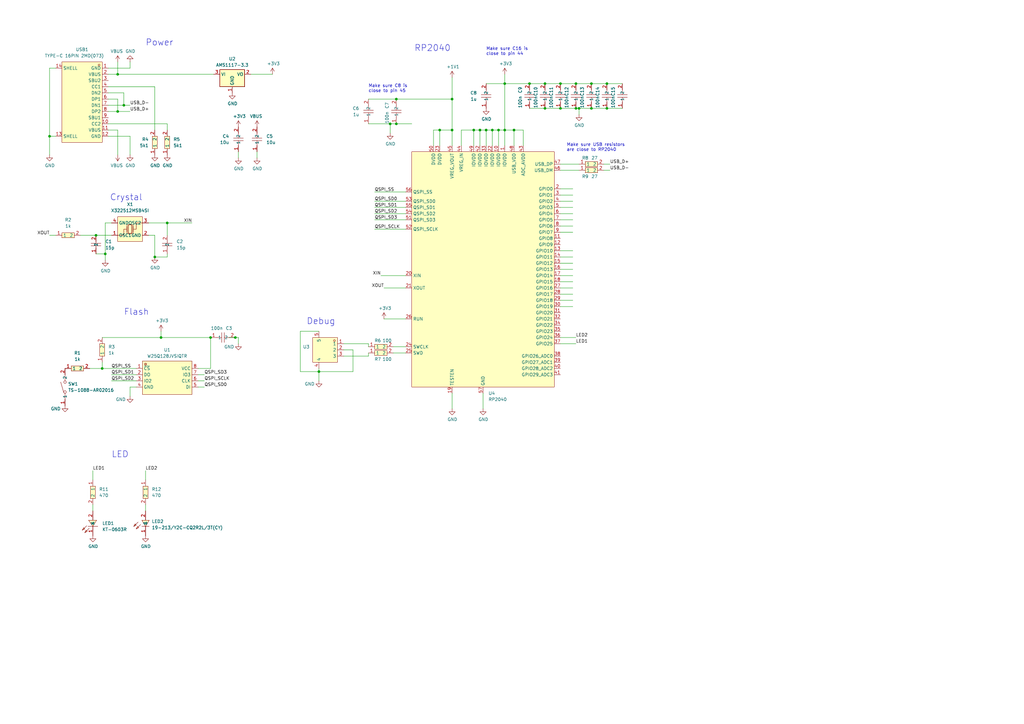
<source format=kicad_sch>
(kicad_sch (version 20231120) (generator "eeschema") (generator_version "8.0")
  (paper "A3")
  (lib_symbols
    (symbol "Regulator_Linear:AMS1117-3.3"
      (property "Reference" "U" (at -3.81 3.175 0))
      (property "Value" "AMS1117-3.3" (at 0 3.175 0))
      (symbol "AMS1117-3.3_0_1"
        (rectangle (start -5.08 -5.08) (end 5.08 1.905) (stroke (width 0.254)) (fill (type background)))
      )
      (symbol "AMS1117-3.3_1_1"
        (pin power_in line (at 0 -7.62 90) (length 2.54) (name "GND") (number "1"))
        (pin power_out line (at 7.62 0 180) (length 2.54) (name "VO") (number "2"))
        (pin power_in line (at -7.62 0 0) (length 2.54) (name "VI") (number "3"))
      )
    )
    (symbol "power:+1V1" (power) (pin_names (offset 0))
      (property "Value" "+1V1" (at 0 3.556 0))
      (symbol "+1V1_0_1"
        (polyline (pts (xy -0.762 1.27) (xy 0 2.54)))
        (polyline (pts (xy 0 0) (xy 0 2.54)))
        (polyline (pts (xy 0 2.54) (xy 0.762 1.27)))
      )
      (symbol "+1V1_1_1"
        (pin power_in line (at 0 0 90) (length 0) hide (name "+1V1") (number "1"))
      )
    )
    (symbol "power:+3V3" (power) (pin_names (offset 0))
      (property "Value" "+3V3" (at 0 3.556 0))
      (symbol "+3V3_0_1"
        (polyline (pts (xy -0.762 1.27) (xy 0 2.54)))
        (polyline (pts (xy 0 0) (xy 0 2.54)))
        (polyline (pts (xy 0 2.54) (xy 0.762 1.27)))
      )
      (symbol "+3V3_1_1"
        (pin power_in line (at 0 0 90) (length 0) hide (name "+3V3") (number "1"))
      )
    )
    (symbol "power:GND" (power) (pin_names (offset 0))
      (property "Value" "GND" (at 0 -3.81 0))
      (symbol "GND_0_1"
        (polyline (pts (xy 0 0) (xy 0 -1.27) (xy 1.27 -1.27) (xy 0 -2.54) (xy -1.27 -1.27) (xy 0 -1.27)))
      )
      (symbol "GND_1_1"
        (pin power_in line (at 0 0 270) (length 0) hide (name "GND") (number "1"))
      )
    )
    (symbol "power:VBUS" (power) (pin_names (offset 0))
      (property "Value" "VBUS" (at 0 3.81 0))
      (symbol "VBUS_0_1"
        (polyline (pts (xy -0.762 1.27) (xy 0 2.54)))
        (polyline (pts (xy 0 0) (xy 0 2.54)))
        (polyline (pts (xy 0 2.54) (xy 0.762 1.27)))
      )
      (symbol "VBUS_1_1"
        (pin power_in line (at 0 0 90) (length 0) hide (name "VBUS") (number "1"))
      )
    )
    (symbol "project_lib:0402WGF4700TCE"
      (property "Reference" "R" (at 0 5.08 0))
      (property "Value" "0402WGF4700TCE" (at 0 -5.08 0))
      (symbol "0402WGF4700TCE_0_1"
        (rectangle (start -2.54 1.02) (end 2.54 -1.02) (fill (type background)))
        (pin input line (at -5.08 0 0) (length 2.54) (name "1") (number "1"))
        (pin input line (at 5.08 0 180) (length 2.54) (name "2") (number "2"))
      )
    )
    (symbol "project_lib:0603WAF1000T5E"
      (property "Reference" "R" (at 0 5.08 0))
      (property "Value" "0603WAF1000T5E" (at 0 -5.08 0))
      (symbol "0603WAF1000T5E_0_1"
        (rectangle (start -2.54 1.02) (end 2.54 -1.02) (fill (type background)))
        (pin input line (at -5.08 0 0) (length 2.54) (name "1") (number "1"))
        (pin input line (at 5.08 0 180) (length 2.54) (name "2") (number "2"))
      )
    )
    (symbol "project_lib:0603WAF1001T5E"
      (property "Reference" "R" (at 0 5.08 0))
      (property "Value" "0603WAF1001T5E" (at 0 -5.08 0))
      (symbol "0603WAF1001T5E_0_1"
        (rectangle (start -2.54 1.02) (end 2.54 -1.02) (fill (type background)))
        (pin input line (at -5.08 0 0) (length 2.54) (name "1") (number "1"))
        (pin input line (at 5.08 0 180) (length 2.54) (name "2") (number "2"))
      )
    )
    (symbol "project_lib:0603WAF5101T5E"
      (property "Reference" "R" (at 0 5.08 0))
      (property "Value" "0603WAF5101T5E" (at 0 -5.08 0))
      (symbol "0603WAF5101T5E_0_1"
        (rectangle (start -2.54 1.02) (end 2.54 -1.02) (fill (type background)))
        (pin input line (at -5.08 0 0) (length 2.54) (name "1") (number "1"))
        (pin input line (at 5.08 0 180) (length 2.54) (name "2") (number "2"))
      )
    )
    (symbol "project_lib:0805W8F270JT5E"
      (property "Reference" "R" (at 0 5.08 0))
      (property "Value" "0805W8F270JT5E" (at 0 -5.08 0))
      (symbol "0805W8F270JT5E_0_1"
        (rectangle (start -2.54 1.02) (end 2.54 -1.02) (fill (type background)))
        (pin input line (at -5.08 0 0) (length 2.54) (name "1") (number "1"))
        (pin input line (at 5.08 0 180) (length 2.54) (name "2") (number "2"))
      )
    )
    (symbol "project_lib:19-213_Y2C-CQ2R2L_3T(CY)"
      (property "Reference" "LED" (at 0 5.08 0))
      (property "Value" "19-213/Y2C-CQ2R2L/3T(CY)" (at 0 -5.08 0))
      (symbol "19-213_Y2C-CQ2R2L_3T(CY)_0_1"
        (polyline (pts (xy -1.27 1.52) (xy -1.27 -1.52)))
        (polyline (pts (xy -0.51 2.03) (xy -2.29 3.81)))
        (polyline (pts (xy 0.51 3.05) (xy -1.27 4.83)))
        (polyline (pts (xy -2.29 3.81) (xy -1.27 3.3) (xy -1.78 2.79) (xy -2.29 3.81)) (fill (type background)))
        (polyline (pts (xy -1.27 4.83) (xy -0.25 4.32) (xy -0.76 3.81) (xy -1.27 4.83)) (fill (type background)))
        (polyline (pts (xy 1.27 -1.52) (xy -1.27 0) (xy 1.27 1.52) (xy 1.27 -1.52)) (fill (type background)))
        (pin input line (at -5.08 0 0) (length 3.81) (name "C") (number "1"))
        (pin input line (at 5.08 0 180) (length 3.81) (name "A") (number "2"))
      )
    )
    (symbol "project_lib:CL05B104KO5NNNC"
      (property "Reference" "C" (at 0 5.08 0))
      (property "Value" "CL05B104KO5NNNC" (at 0 -5.08 0))
      (symbol "CL05B104KO5NNNC_0_1"
        (polyline (pts (xy -0.51 -2.03) (xy -0.51 2.03)))
        (polyline (pts (xy -0.51 0) (xy -2.54 0)))
        (polyline (pts (xy 0.51 2.03) (xy 0.51 -2.03)))
        (polyline (pts (xy 2.54 0) (xy 0.51 0)))
        (pin unspecified line (at -5.08 0 0) (length 2.54) (name "1") (number "1"))
        (pin unspecified line (at 5.08 0 180) (length 2.54) (name "2") (number "2"))
      )
    )
    (symbol "project_lib:CL10A105KB8NNNC"
      (property "Reference" "C" (at 0 5.08 0))
      (property "Value" "CL10A105KB8NNNC" (at 0 -5.08 0))
      (symbol "CL10A105KB8NNNC_0_1"
        (polyline (pts (xy -0.51 -2.03) (xy -0.51 2.03)))
        (polyline (pts (xy -0.51 0) (xy -2.54 0)))
        (polyline (pts (xy 0.51 2.03) (xy 0.51 -2.03)))
        (polyline (pts (xy 2.54 0) (xy 0.51 0)))
        (pin unspecified line (at -5.08 0 0) (length 2.54) (name "1") (number "1"))
        (pin unspecified line (at 5.08 0 180) (length 2.54) (name "2") (number "2"))
      )
    )
    (symbol "project_lib:CL10C150JB8NNNC"
      (property "Reference" "C" (at 0 5.08 0))
      (property "Value" "CL10C150JB8NNNC" (at 0 -5.08 0))
      (symbol "CL10C150JB8NNNC_0_1"
        (polyline (pts (xy -1.27 0) (xy -0.51 0)))
        (polyline (pts (xy -0.51 2.03) (xy -0.51 -2.03)))
        (polyline (pts (xy 0.51 0) (xy 1.27 0)))
        (polyline (pts (xy 0.51 2.03) (xy 0.51 -2.03)))
        (pin input line (at -3.81 0 0) (length 2.54) (name "1") (number "1"))
        (pin input line (at 3.81 0 180) (length 2.54) (name "2") (number "2"))
      )
    )
    (symbol "project_lib:CL21A106KAYNNNE"
      (property "Reference" "C" (at 0 5.08 0))
      (property "Value" "CL21A106KAYNNNE" (at 0 -5.08 0))
      (symbol "CL21A106KAYNNNE_0_1"
        (polyline (pts (xy -0.51 -2.03) (xy -0.51 2.03)))
        (polyline (pts (xy -0.51 0) (xy -2.54 0)))
        (polyline (pts (xy 0.51 2.03) (xy 0.51 -2.03)))
        (polyline (pts (xy 2.54 0) (xy 0.51 0)))
        (pin unspecified line (at -5.08 0 0) (length 2.54) (name "1") (number "1"))
        (pin unspecified line (at 5.08 0 180) (length 2.54) (name "2") (number "2"))
      )
    )
    (symbol "project_lib:KT-0603R"
      (property "Reference" "LED" (at 0 5.08 0))
      (property "Value" "KT-0603R" (at 0 -5.08 0))
      (symbol "KT-0603R_0_1"
        (polyline (pts (xy -2.03 1.52) (xy -3.81 3.3)))
        (polyline (pts (xy -1.27 2.03) (xy -1.27 -2.03)))
        (polyline (pts (xy -1.02 2.54) (xy -2.79 4.32)))
        (polyline (pts (xy -3.81 3.3) (xy -2.79 2.79) (xy -3.3 2.29) (xy -3.81 3.3)) (fill (type background)))
        (polyline (pts (xy -2.79 4.32) (xy -1.78 3.81) (xy -2.29 3.3) (xy -2.79 4.32)) (fill (type background)))
        (polyline (pts (xy 1.27 -1.52) (xy -1.27 0) (xy 1.27 1.78) (xy 1.27 -1.52)) (fill (type background)))
        (pin unspecified line (at -5.08 0 0) (length 3.81) (name "K") (number "1"))
        (pin unspecified line (at 5.08 0 180) (length 3.81) (name "A") (number "2"))
      )
    )
    (symbol "project_lib:RP2040"
      (property "Reference" "U" (at 0 58.42 0))
      (property "Value" "RP2040" (at 0 -53.34 0))
      (symbol "RP2040_0_1"
        (rectangle (start -29.21 50.8) (end 29.21 -45.72) (fill (type background)))
        (pin bidirectional line (at 8.89 53.34 270) (length 2.54) (name "IOVDD") (number "1"))
        (pin bidirectional line (at 6.35 53.34 270) (length 2.54) (name "IOVDD") (number "10"))
        (pin bidirectional line (at 31.75 15.24 180) (length 2.54) (name "GPIO8") (number "11"))
        (pin bidirectional line (at 31.75 12.7 180) (length 2.54) (name "GPIO9") (number "12"))
        (pin bidirectional line (at 31.75 10.16 180) (length 2.54) (name "GPIO10") (number "13"))
        (pin bidirectional line (at 31.75 7.62 180) (length 2.54) (name "GPIO11") (number "14"))
        (pin bidirectional line (at 31.75 5.08 180) (length 2.54) (name "GPIO12") (number "15"))
        (pin bidirectional line (at 31.75 2.54 180) (length 2.54) (name "GPIO13") (number "16"))
        (pin bidirectional line (at 31.75 0 180) (length 2.54) (name "GPIO14") (number "17"))
        (pin bidirectional line (at 31.75 -2.54 180) (length 2.54) (name "GPIO15") (number "18"))
        (pin unspecified line (at -12.7 -48.26 90) (length 2.54) (name "TESTEN") (number "19"))
        (pin bidirectional line (at 31.75 35.56 180) (length 2.54) (name "GPIO0") (number "2"))
        (pin input line (at -31.75 0 0) (length 2.54) (name "XIN") (number "20"))
        (pin unspecified line (at -31.75 -5.08 0) (length 2.54) (name "XOUT") (number "21"))
        (pin bidirectional line (at 3.81 53.34 270) (length 2.54) (name "IOVDD") (number "22"))
        (pin bidirectional line (at -17.78 53.34 270) (length 2.54) (name "DVDD") (number "23"))
        (pin output line (at -31.75 -29.21 0) (length 2.54) (name "SWCLK") (number "24"))
        (pin bidirectional line (at -31.75 -31.75 0) (length 2.54) (name "SWD") (number "25"))
        (pin input line (at -31.75 -17.78 0) (length 2.54) (name "RUN") (number "26"))
        (pin bidirectional line (at 31.75 -5.08 180) (length 2.54) (name "GPIO16") (number "27"))
        (pin bidirectional line (at 31.75 -7.62 180) (length 2.54) (name "GPIO17") (number "28"))
        (pin bidirectional line (at 31.75 -10.16 180) (length 2.54) (name "GPIO18") (number "29"))
        (pin bidirectional line (at 31.75 33.02 180) (length 2.54) (name "GPIO1") (number "3"))
        (pin bidirectional line (at 31.75 -12.7 180) (length 2.54) (name "GPIO19") (number "30"))
        (pin bidirectional line (at 31.75 -15.24 180) (length 2.54) (name "GPIO20") (number "31"))
        (pin bidirectional line (at 31.75 -17.78 180) (length 2.54) (name "GPIO21") (number "32"))
        (pin bidirectional line (at 1.27 53.34 270) (length 2.54) (name "IOVDD") (number "33"))
        (pin bidirectional line (at 31.75 -20.32 180) (length 2.54) (name "GPIO22") (number "34"))
        (pin bidirectional line (at 31.75 -22.86 180) (length 2.54) (name "GPIO23") (number "35"))
        (pin bidirectional line (at 31.75 -25.4 180) (length 2.54) (name "GPIO24") (number "36"))
        (pin bidirectional line (at 31.75 -27.94 180) (length 2.54) (name "GPIO25") (number "37"))
        (pin bidirectional line (at 31.75 -33.02 180) (length 2.54) (name "GPIO26_ADC0") (number "38"))
        (pin bidirectional line (at 31.75 -35.56 180) (length 2.54) (name "GPIO27_ADC1") (number "39"))
        (pin bidirectional line (at 31.75 30.48 180) (length 2.54) (name "GPIO2") (number "4"))
        (pin bidirectional line (at 31.75 -38.1 180) (length 2.54) (name "GPIO28_ADC2") (number "40"))
        (pin bidirectional line (at 31.75 -40.64 180) (length 2.54) (name "GPIO29_ADC3") (number "41"))
        (pin bidirectional line (at -1.27 53.34 270) (length 2.54) (name "IOVDD") (number "42"))
        (pin bidirectional line (at 16.51 53.34 270) (length 2.54) (name "ADC_AVDD") (number "43"))
        (pin bidirectional line (at -8.89 53.34 270) (length 2.54) (name "VREG_IN") (number "44"))
        (pin bidirectional line (at -12.7 53.34 270) (length 2.54) (name "VREG_VOUT") (number "45"))
        (pin bidirectional line (at 31.75 43.18 180) (length 2.54) (name "USB_DM") (number "46"))
        (pin bidirectional line (at 31.75 45.72 180) (length 2.54) (name "USB_DP") (number "47"))
        (pin bidirectional line (at 12.7 53.34 270) (length 2.54) (name "USB_VDD") (number "48"))
        (pin bidirectional line (at -3.81 53.34 270) (length 2.54) (name "IOVDD") (number "49"))
        (pin bidirectional line (at 31.75 27.94 180) (length 2.54) (name "GPIO3") (number "5"))
        (pin bidirectional line (at -20.32 53.34 270) (length 2.54) (name "DVDD") (number "50"))
        (pin bidirectional line (at -31.75 22.86 0) (length 2.54) (name "QSPI_SD3") (number "51"))
        (pin output line (at -31.75 19.05 0) (length 2.54) (name "QSPI_SCLK") (number "52"))
        (pin bidirectional line (at -31.75 30.48 0) (length 2.54) (name "QSPI_SD0") (number "53"))
        (pin bidirectional line (at -31.75 25.4 0) (length 2.54) (name "QSPI_SD2") (number "54"))
        (pin bidirectional line (at -31.75 27.94 0) (length 2.54) (name "QSPI_SD1") (number "55"))
        (pin bidirectional line (at -31.75 34.29 0) (length 2.54) (name "QSPI_SS") (number "56"))
        (pin bidirectional line (at 0 -48.26 90) (length 2.54) (name "GND") (number "57"))
        (pin bidirectional line (at 31.75 25.4 180) (length 2.54) (name "GPIO4") (number "6"))
        (pin bidirectional line (at 31.75 22.86 180) (length 2.54) (name "GPIO5") (number "7"))
        (pin bidirectional line (at 31.75 20.32 180) (length 2.54) (name "GPIO6") (number "8"))
        (pin bidirectional line (at 31.75 17.78 180) (length 2.54) (name "GPIO7") (number "9"))
      )
    )
    (symbol "project_lib:SM03B-SRSS-TB(LF)(SN)(P)"
      (property "Reference" "U" (at 0 12.7 0))
      (property "Value" "SM03B-SRSS-TB(LF)(SN)(P)" (at 0 -12.7 0))
      (symbol "SM03B-SRSS-TB(LF)(SN)(P)_0_1"
        (rectangle (start -2.54 5.08) (end 7.62 -5.08) (fill (type background)))
        (circle (center -1.27 3.81) (radius 0.38))
        (pin unspecified line (at -5.08 2.54 0) (length 2.54) (name "1") (number "1"))
        (pin unspecified line (at -5.08 0 0) (length 2.54) (name "2") (number "2"))
        (pin unspecified line (at -5.08 -2.54 0) (length 2.54) (name "3") (number "3"))
        (pin unspecified line (at 5.08 -7.62 90) (length 2.54) (name "4") (number "4"))
        (pin unspecified line (at 5.08 7.62 270) (length 2.54) (name "5") (number "5"))
      )
    )
    (symbol "project_lib:TS-1088-AR02016"
      (property "Reference" "SW" (at 0 5.08 0))
      (property "Value" "TS-1088-AR02016" (at 0 -5.08 0))
      (symbol "TS-1088-AR02016_0_1"
        (circle (center -2.03 0) (radius 0.51))
        (polyline (pts (xy -5.08 0) (xy -2.54 0)))
        (polyline (pts (xy -2.29 0.51) (xy 2.03 1.78)))
        (polyline (pts (xy 5.08 0) (xy 2.54 0)))
        (circle (center 2.03 0) (radius 0.51))
        (pin unspecified line (at -7.62 0 0) (length 2.54) (name "1") (number "1"))
        (pin unspecified line (at 7.62 0 180) (length 2.54) (name "2") (number "2"))
      )
    )
    (symbol "project_lib:TYPE-C16PIN2MD(073)"
      (property "Reference" "USB" (at 0 19.05 0))
      (property "Value" "TYPE-C 16PIN 2MD(073)" (at 0 -19.05 0))
      (symbol "TYPE-C16PIN2MD(073)_0_1"
        (rectangle (start -8.89 16.51) (end 7.62 -16.51) (fill (type background)))
        (circle (center -7.62 15.24) (radius 0.38))
        (pin unspecified line (at -11.43 13.97 0) (length 2.54) (name "GND") (number "1"))
        (pin unspecified line (at -11.43 -8.89 0) (length 2.54) (name "CC2") (number "10"))
        (pin unspecified line (at -11.43 -11.43 0) (length 2.54) (name "VBUS") (number "11"))
        (pin unspecified line (at -11.43 -13.97 0) (length 2.54) (name "GND") (number "12"))
        (pin unspecified line (at 10.16 -13.97 180) (length 2.54) (name "SHELL") (number "13"))
        (pin unspecified line (at 10.16 13.97 180) (length 2.54) (name "SHELL") (number "14"))
        (pin unspecified line (at -11.43 11.43 0) (length 2.54) (name "VBUS") (number "2"))
        (pin unspecified line (at -11.43 8.89 0) (length 2.54) (name "SBU2") (number "3"))
        (pin unspecified line (at -11.43 6.35 0) (length 2.54) (name "CC1") (number "4"))
        (pin unspecified line (at -11.43 3.81 0) (length 2.54) (name "DN2") (number "5"))
        (pin unspecified line (at -11.43 1.27 0) (length 2.54) (name "DP1") (number "6"))
        (pin unspecified line (at -11.43 -1.27 0) (length 2.54) (name "DN1") (number "7"))
        (pin unspecified line (at -11.43 -3.81 0) (length 2.54) (name "DP2") (number "8"))
        (pin unspecified line (at -11.43 -6.35 0) (length 2.54) (name "SBU1") (number "9"))
      )
    )
    (symbol "project_lib:W25Q128JVSIQTR"
      (property "Reference" "U" (at 0 8.89 0))
      (property "Value" "W25Q128JVSIQTR" (at 0 -8.89 0))
      (symbol "W25Q128JVSIQTR_0_1"
        (rectangle (start -10.16 6.86) (end 10.16 -6.86) (fill (type background)))
        (circle (center -8.89 5.59) (radius 0.38))
        (circle (center -8.89 5.59) (radius 0.38))
        (pin unspecified line (at -12.7 3.81 0) (length 2.54) (name "~{CS}") (number "1"))
        (pin unspecified line (at -12.7 1.27 0) (length 2.54) (name "DO") (number "2"))
        (pin unspecified line (at -12.7 -1.27 0) (length 2.54) (name "IO2") (number "3"))
        (pin unspecified line (at -12.7 -3.81 0) (length 2.54) (name "GND") (number "4"))
        (pin unspecified line (at 12.7 -3.81 180) (length 2.54) (name "DI") (number "5"))
        (pin unspecified line (at 12.7 -1.27 180) (length 2.54) (name "CLK") (number "6"))
        (pin unspecified line (at 12.7 1.27 180) (length 2.54) (name "IO3") (number "7"))
        (pin unspecified line (at 12.7 3.81 180) (length 2.54) (name "VCC") (number "8"))
      )
    )
    (symbol "project_lib:X322512MSB4SI"
      (property "Reference" "X" (at 0 7.62 0))
      (property "Value" "X322512MSB4SI" (at 0 -7.62 0))
      (symbol "X322512MSB4SI_0_1"
        (rectangle (start -5.08 5.08) (end 5.08 -5.08) (fill (type background)))
        (polyline (pts (xy -1.27 -1.78) (xy -1.27 1.78)))
        (polyline (pts (xy -1.27 -1.02) (xy -1.27 1.02)))
        (polyline (pts (xy 0.76 -1.78) (xy -0.76 -1.78)))
        (polyline (pts (xy 1.27 -1.78) (xy 1.27 1.78)))
        (polyline (pts (xy 1.27 -1.02) (xy 1.27 1.02)))
        (polyline (pts (xy -5.08 -2.54) (xy -2.54 -2.54) (xy -2.54 0) (xy -1.52 0)))
        (polyline (pts (xy -0.76 -1.78) (xy -0.76 1.78) (xy 0.76 1.78) (xy 0.76 -1.78)))
        (polyline (pts (xy 5.08 2.54) (xy 2.54 2.54) (xy 2.54 0) (xy 1.52 0)))
        (polyline (pts (xy 0.76 1.78) (xy 0.76 -1.78) (xy -0.76 -1.78) (xy -0.76 1.78) (xy 0.76 1.78)) (fill (type background)))
        (pin unspecified line (at -7.62 -2.54 0) (length 2.54) (name "OSC1") (number "1"))
        (pin unspecified line (at 7.62 -2.54 180) (length 2.54) (name "GND") (number "2"))
        (pin unspecified line (at 7.62 2.54 180) (length 2.54) (name "OSC2") (number "3"))
        (pin unspecified line (at -7.62 2.54 0) (length 2.54) (name "GND") (number "4"))
      )
    )
  )
  (junction (at 68.58 91.44))
  (junction (at 160.02 50.8))
  (junction (at 48.26 30.48))
  (junction (at 237.49 44.45))
  (junction (at 248.92 34.29))
  (junction (at 162.56 50.8))
  (junction (at 50.8 43.18))
  (junction (at 204.47 53.34))
  (junction (at 185.42 40.64))
  (junction (at 185.42 53.34))
  (junction (at 199.39 53.34))
  (junction (at 86.36 138.43))
  (junction (at 41.91 151.13))
  (junction (at 20.32 55.88))
  (junction (at 236.22 44.45))
  (junction (at 210.82 53.34))
  (junction (at 48.26 45.72))
  (junction (at 66.04 138.43))
  (junction (at 180.34 53.34))
  (junction (at 242.57 44.45))
  (junction (at 201.93 53.34))
  (junction (at 162.56 40.64))
  (junction (at 242.57 34.29))
  (junction (at 223.52 34.29))
  (junction (at 63.5 105.41))
  (junction (at 130.81 152.4))
  (junction (at 207.01 53.34))
  (junction (at 229.87 44.45))
  (junction (at 248.92 44.45))
  (junction (at 194.31 53.34))
  (junction (at 236.22 34.29))
  (junction (at 229.87 34.29))
  (junction (at 96.52 138.43))
  (junction (at 196.85 53.34))
  (junction (at 43.18 104.14))
  (junction (at 39.37 96.52))
  (junction (at 217.17 34.29))
  (junction (at 223.52 44.45))
  (junction (at 207.01 34.29))
  (wire (pts (xy 157.48 118.11) (xy 166.37 118.11)))
  (wire (pts (xy 105.41 64.77) (xy 105.41 62.23)))
  (wire (pts (xy 204.47 53.34) (xy 204.47 59.69)))
  (wire (pts (xy 207.01 53.34) (xy 207.01 59.69)))
  (wire (pts (xy 237.49 67.31) (xy 229.87 67.31)))
  (wire (pts (xy 234.95 115.57) (xy 229.87 115.57)))
  (wire (pts (xy 20.32 96.52) (xy 22.86 96.52)))
  (wire (pts (xy 198.12 167.64) (xy 198.12 161.29)))
  (wire (pts (xy 151.13 146.05) (xy 151.13 144.78)))
  (wire (pts (xy 48.26 40.64) (xy 48.26 45.72)))
  (wire (pts (xy 237.49 44.45) (xy 242.57 44.45)))
  (wire (pts (xy 248.92 44.45) (xy 255.27 44.45)))
  (wire (pts (xy 63.5 105.41) (xy 68.58 105.41)))
  (wire (pts (xy 93.98 138.43) (xy 96.52 138.43)))
  (wire (pts (xy 123.19 135.89) (xy 123.19 152.4)))
  (wire (pts (xy 33.02 96.52) (xy 39.37 96.52)))
  (wire (pts (xy 151.13 140.97) (xy 151.13 142.24)))
  (wire (pts (xy 153.67 85.09) (xy 166.37 85.09)))
  (wire (pts (xy 207.01 34.29) (xy 217.17 34.29)))
  (wire (pts (xy 44.45 55.88) (xy 53.34 55.88)))
  (wire (pts (xy 234.95 77.47) (xy 229.87 77.47)))
  (wire (pts (xy 234.95 123.19) (xy 229.87 123.19)))
  (wire (pts (xy 83.82 158.75) (xy 81.28 158.75)))
  (wire (pts (xy 83.82 153.67) (xy 81.28 153.67)))
  (wire (pts (xy 63.5 35.56) (xy 63.5 53.34)))
  (wire (pts (xy 20.32 27.94) (xy 20.32 55.88)))
  (wire (pts (xy 130.81 152.4) (xy 144.78 152.4)))
  (wire (pts (xy 234.95 87.63) (xy 229.87 87.63)))
  (wire (pts (xy 48.26 30.48) (xy 48.26 25.4)))
  (wire (pts (xy 236.22 34.29) (xy 242.57 34.29)))
  (wire (pts (xy 234.95 102.87) (xy 229.87 102.87)))
  (wire (pts (xy 36.83 151.13) (xy 41.91 151.13)))
  (wire (pts (xy 196.85 53.34) (xy 199.39 53.34)))
  (wire (pts (xy 130.81 156.21) (xy 130.81 152.4)))
  (wire (pts (xy 234.95 113.03) (xy 229.87 113.03)))
  (wire (pts (xy 68.58 91.44) (xy 60.96 91.44)))
  (wire (pts (xy 153.67 93.98) (xy 166.37 93.98)))
  (wire (pts (xy 44.45 35.56) (xy 63.5 35.56)))
  (wire (pts (xy 44.45 27.94) (xy 53.34 27.94)))
  (wire (pts (xy 43.18 104.14) (xy 39.37 104.14)))
  (wire (pts (xy 97.79 140.97) (xy 97.79 138.43)))
  (wire (pts (xy 20.32 55.88) (xy 20.32 63.5)))
  (wire (pts (xy 38.1 193.04) (xy 38.1 196.85)))
  (wire (pts (xy 234.95 95.25) (xy 229.87 95.25)))
  (wire (pts (xy 50.8 43.18) (xy 44.45 43.18)))
  (wire (pts (xy 214.63 53.34) (xy 214.63 59.69)))
  (wire (pts (xy 177.8 53.34) (xy 180.34 53.34)))
  (wire (pts (xy 44.45 38.1) (xy 50.8 38.1)))
  (wire (pts (xy 44.45 53.34) (xy 48.26 53.34)))
  (wire (pts (xy 160.02 54.61) (xy 160.02 50.8)))
  (wire (pts (xy 59.69 193.04) (xy 59.69 196.85)))
  (wire (pts (xy 194.31 53.34) (xy 194.31 59.69)))
  (wire (pts (xy 63.5 96.52) (xy 63.5 105.41)))
  (wire (pts (xy 201.93 53.34) (xy 201.93 59.69)))
  (wire (pts (xy 180.34 53.34) (xy 180.34 59.69)))
  (wire (pts (xy 53.34 158.75) (xy 55.88 158.75)))
  (wire (pts (xy 210.82 53.34) (xy 210.82 59.69)))
  (wire (pts (xy 185.42 53.34) (xy 185.42 59.69)))
  (wire (pts (xy 248.92 34.29) (xy 255.27 34.29)))
  (wire (pts (xy 153.67 82.55) (xy 166.37 82.55)))
  (wire (pts (xy 234.95 118.11) (xy 229.87 118.11)))
  (wire (pts (xy 43.18 106.68) (xy 43.18 104.14)))
  (wire (pts (xy 162.56 40.64) (xy 185.42 40.64)))
  (wire (pts (xy 162.56 50.8) (xy 168.91 50.8)))
  (wire (pts (xy 20.32 55.88) (xy 22.86 55.88)))
  (wire (pts (xy 59.69 207.01) (xy 59.69 209.55)))
  (wire (pts (xy 41.91 138.43) (xy 66.04 138.43)))
  (wire (pts (xy 237.49 69.85) (xy 229.87 69.85)))
  (wire (pts (xy 194.31 53.34) (xy 196.85 53.34)))
  (wire (pts (xy 140.97 140.97) (xy 151.13 140.97)))
  (wire (pts (xy 234.95 90.17) (xy 229.87 90.17)))
  (wire (pts (xy 201.93 53.34) (xy 204.47 53.34)))
  (wire (pts (xy 53.34 55.88) (xy 53.34 63.5)))
  (wire (pts (xy 234.95 120.65) (xy 229.87 120.65)))
  (wire (pts (xy 66.04 135.89) (xy 66.04 138.43)))
  (wire (pts (xy 199.39 53.34) (xy 199.39 59.69)))
  (wire (pts (xy 123.19 152.4) (xy 130.81 152.4)))
  (wire (pts (xy 96.52 138.43) (xy 97.79 138.43)))
  (wire (pts (xy 130.81 135.89) (xy 123.19 135.89)))
  (wire (pts (xy 236.22 44.45) (xy 237.49 44.45)))
  (wire (pts (xy 45.72 91.44) (xy 43.18 91.44)))
  (wire (pts (xy 151.13 40.64) (xy 162.56 40.64)))
  (wire (pts (xy 217.17 34.29) (xy 223.52 34.29)))
  (wire (pts (xy 242.57 44.45) (xy 248.92 44.45)))
  (wire (pts (xy 196.85 53.34) (xy 196.85 59.69)))
  (wire (pts (xy 207.01 34.29) (xy 207.01 53.34)))
  (wire (pts (xy 53.34 45.72) (xy 48.26 45.72)))
  (wire (pts (xy 234.95 85.09) (xy 229.87 85.09)))
  (wire (pts (xy 234.95 125.73) (xy 229.87 125.73)))
  (wire (pts (xy 130.81 152.4) (xy 130.81 151.13)))
  (wire (pts (xy 177.8 59.69) (xy 177.8 53.34)))
  (wire (pts (xy 234.95 92.71) (xy 229.87 92.71)))
  (wire (pts (xy 68.58 50.8) (xy 68.58 53.34)))
  (wire (pts (xy 185.42 31.75) (xy 185.42 40.64)))
  (wire (pts (xy 48.26 53.34) (xy 48.26 63.5)))
  (wire (pts (xy 161.29 144.78) (xy 166.37 144.78)))
  (wire (pts (xy 229.87 34.29) (xy 236.22 34.29)))
  (wire (pts (xy 60.96 96.52) (xy 63.5 96.52)))
  (wire (pts (xy 153.67 90.17) (xy 166.37 90.17)))
  (wire (pts (xy 199.39 34.29) (xy 207.01 34.29)))
  (wire (pts (xy 234.95 80.01) (xy 229.87 80.01)))
  (wire (pts (xy 180.34 53.34) (xy 185.42 53.34)))
  (wire (pts (xy 97.79 64.77) (xy 97.79 62.23)))
  (wire (pts (xy 140.97 146.05) (xy 151.13 146.05)))
  (wire (pts (xy 144.78 143.51) (xy 144.78 152.4)))
  (wire (pts (xy 86.36 151.13) (xy 81.28 151.13)))
  (wire (pts (xy 53.34 43.18) (xy 50.8 43.18)))
  (wire (pts (xy 45.72 153.67) (xy 55.88 153.67)))
  (wire (pts (xy 217.17 44.45) (xy 223.52 44.45)))
  (wire (pts (xy 43.18 91.44) (xy 43.18 104.14)))
  (wire (pts (xy 140.97 143.51) (xy 144.78 143.51)))
  (wire (pts (xy 44.45 50.8) (xy 68.58 50.8)))
  (wire (pts (xy 48.26 30.48) (xy 87.63 30.48)))
  (wire (pts (xy 41.91 148.59) (xy 41.91 151.13)))
  (wire (pts (xy 156.21 113.03) (xy 166.37 113.03)))
  (wire (pts (xy 229.87 44.45) (xy 236.22 44.45)))
  (wire (pts (xy 234.95 82.55) (xy 229.87 82.55)))
  (wire (pts (xy 48.26 45.72) (xy 44.45 45.72)))
  (wire (pts (xy 86.36 138.43) (xy 86.36 151.13)))
  (wire (pts (xy 83.82 156.21) (xy 81.28 156.21)))
  (wire (pts (xy 153.67 87.63) (xy 166.37 87.63)))
  (wire (pts (xy 41.91 151.13) (xy 55.88 151.13)))
  (wire (pts (xy 207.01 30.48) (xy 207.01 34.29)))
  (wire (pts (xy 160.02 50.8) (xy 162.56 50.8)))
  (wire (pts (xy 53.34 27.94) (xy 53.34 25.4)))
  (wire (pts (xy 207.01 53.34) (xy 210.82 53.34)))
  (wire (pts (xy 223.52 44.45) (xy 229.87 44.45)))
  (wire (pts (xy 68.58 105.41) (xy 68.58 104.14)))
  (wire (pts (xy 66.04 138.43) (xy 86.36 138.43)))
  (wire (pts (xy 38.1 207.01) (xy 38.1 209.55)))
  (wire (pts (xy 50.8 38.1) (xy 50.8 43.18)))
  (wire (pts (xy 185.42 167.64) (xy 185.42 161.29)))
  (wire (pts (xy 236.22 138.43) (xy 229.87 138.43)))
  (wire (pts (xy 234.95 107.95) (xy 229.87 107.95)))
  (wire (pts (xy 204.47 53.34) (xy 207.01 53.34)))
  (wire (pts (xy 39.37 96.52) (xy 45.72 96.52)))
  (wire (pts (xy 111.76 30.48) (xy 102.87 30.48)))
  (wire (pts (xy 68.58 96.52) (xy 68.58 91.44)))
  (wire (pts (xy 199.39 53.34) (xy 201.93 53.34)))
  (wire (pts (xy 242.57 34.29) (xy 248.92 34.29)))
  (wire (pts (xy 223.52 34.29) (xy 229.87 34.29)))
  (wire (pts (xy 44.45 40.64) (xy 48.26 40.64)))
  (wire (pts (xy 151.13 50.8) (xy 160.02 50.8)))
  (wire (pts (xy 44.45 30.48) (xy 48.26 30.48)))
  (wire (pts (xy 250.19 67.31) (xy 247.65 67.31)))
  (wire (pts (xy 234.95 110.49) (xy 229.87 110.49)))
  (wire (pts (xy 161.29 142.24) (xy 166.37 142.24)))
  (wire (pts (xy 68.58 91.44) (xy 78.74 91.44)))
  (wire (pts (xy 153.67 78.74) (xy 166.37 78.74)))
  (wire (pts (xy 157.48 130.81) (xy 166.37 130.81)))
  (wire (pts (xy 189.23 59.69) (xy 189.23 53.34)))
  (wire (pts (xy 234.95 105.41) (xy 229.87 105.41)))
  (wire (pts (xy 250.19 69.85) (xy 247.65 69.85)))
  (wire (pts (xy 45.72 156.21) (xy 55.88 156.21)))
  (wire (pts (xy 53.34 162.56) (xy 53.34 158.75)))
  (wire (pts (xy 210.82 53.34) (xy 214.63 53.34)))
  (wire (pts (xy 22.86 27.94) (xy 20.32 27.94)))
  (wire (pts (xy 236.22 140.97) (xy 229.87 140.97)))
  (wire (pts (xy 189.23 53.34) (xy 194.31 53.34)))
  (wire (pts (xy 185.42 40.64) (xy 185.42 53.34)))
  (wire (pts (xy 237.49 44.45) (xy 237.49 46.99)))
  (text "Power" (at 59.69 19.05 0) (effects (font (size 2.54 2.54)) (justify left bottom)))
  (text "Flash" (at 50.8 129.54 0) (effects (font (size 2.54 2.54)) (justify left bottom)))
  (text "Crystal" (at 45.085 82.55 0) (effects (font (size 2.54 2.54)) (justify left bottom)))
  (text "Make sure C16 is \nclose to pin 44\n" (at 199.39 22.86 0) (effects (font (size 1.27 1.27)) (justify left bottom)))
  (text "Make sure C8 is \nclose to pin 45\n" (at 151.13 38.1 0) (effects (font (size 1.27 1.27)) (justify left bottom)))
  (text "Make sure USB resistors\nare close to RP2040" (at 232.41 62.23 0) (effects (font (size 1.27 1.27)) (justify left bottom)))
  (text "RP2040" (at 169.926 21.336 0) (effects (font (size 2.54 2.54)) (justify left bottom)))
  (text "Debug\n" (at 125.73 133.35 0) (effects (font (size 2.54 2.54)) (justify left bottom)))
  (text "LED\n" (at 45.72 187.96 0) (effects (font (size 2.54 2.54)) (justify left bottom)))
  (label "QSPI_SD0" (at 153.67 82.55 0))
  (label "USB_D+" (at 250.19 67.31 0))
  (label "QSPI_SCLK" (at 153.67 93.98 0))
  (label "LED1" (at 236.22 140.97 0))
  (label "XIN" (at 78.74 91.44 180))
  (label "QSPI_SD3" (at 83.82 153.67 0))
  (label "QSPI_SD0" (at 83.82 158.75 0))
  (label "USB_D+" (at 53.34 45.72 0))
  (label "XOUT" (at 20.32 96.52 180))
  (label "LED2" (at 59.69 193.04 0))
  (label "QSPI_SS" (at 45.72 151.13 0))
  (label "QSPI_SD1" (at 45.72 153.67 0))
  (label "LED1" (at 38.1 193.04 0))
  (label "USB_D-" (at 250.19 69.85 0))
  (label "QSPI_SD2" (at 153.67 87.63 0))
  (label "QSPI_SD1" (at 153.67 85.09 0))
  (label "LED2" (at 236.22 138.43 0))
  (label "XOUT" (at 157.48 118.11 180))
  (label "QSPI_SD3" (at 153.67 90.17 0))
  (label "XIN" (at 156.21 113.03 180))
  (label "QSPI_SD2" (at 45.72 156.21 0))
  (label "QSPI_SS" (at 153.67 78.74 0))
  (label "QSPI_SCLK" (at 83.82 156.21 0))
  (label "USB_D-" (at 53.34 43.18 0))
  (symbol (lib_id "power:VBUS") (at 105.41 52.07 0) (mirror y) (unit 1)
    (property "Reference" "#PWR017" (effects (hide yes)))
    (property "Value" "VBUS" (at 105.029 47.6758 0))
  )
  (symbol (lib_id "project_lib:0603WAF5101T5E") (at 63.5 58.42 270) (mirror x) (unit 1)
    (property "Reference" "R4" (at 60.96 57.1499 90) (effects (justify right)))
    (property "Value" "5k1" (at 60.96 59.6899 90) (effects (justify right)))
    (property "Footprint" "project_lib:R0603" (effects (hide yes)))
    (property "Datasheet" "https://lcsc.com/product-detail/Chip-Resistor-Surface-Mount-UniOhm_5-1KR-5101-1_C23186.html" (effects (hide yes)))
    (property "LCSC Part" "C23186" (effects (hide yes)))
  )
  (symbol (lib_id "project_lib:CL10C150JB8NNNC") (at 39.37 100.33 90) (unit 1)
    (property "Reference" "C1" (at 43.18 99.0599 90) (effects (justify right)))
    (property "Value" "15p" (at 43.18 101.5999 90) (effects (justify right)))
    (property "Footprint" "project_lib:C0603" (effects (hide yes)))
    (property "Datasheet" "https://lcsc.com/product-detail/Multilayer-Ceramic-Capacitors-MLCC-SMD-SMT_SAMSUNG_CL10C150JB8NNNC_15pF-150-5-50V_C1644.html" (effects (hide yes)))
    (property "LCSC Part" "C1644" (effects (hide yes)))
  )
  (symbol (lib_id "project_lib:0603WAF1000T5E") (at 156.21 144.78 0) (mirror x) (unit 1)
    (property "Reference" "R7" (at 154.94 147.32 0))
    (property "Value" "100" (at 158.75 147.32 0))
    (property "Footprint" "project_lib:R0603" (effects (hide yes)))
    (property "Datasheet" "https://lcsc.com/product-detail/Chip-Resistor-Surface-Mount-UniOhm_100R-1000-1_C22775.html" (effects (hide yes)))
    (property "LCSC Part" "C22775" (effects (hide yes)))
  )
  (symbol (lib_id "power:GND") (at 105.41 64.77 0) (unit 1)
    (property "Reference" "#PWR018" (effects (hide yes)))
    (property "Value" "GND" (at 105.537 69.1642 0))
  )
  (symbol (lib_id "project_lib:0603WAF1000T5E") (at 156.21 142.24 0) (unit 1)
    (property "Reference" "R6" (at 154.94 139.7 0))
    (property "Value" "100" (at 158.75 139.7 0))
    (property "Footprint" "project_lib:R0603" (effects (hide yes)))
    (property "Datasheet" "https://lcsc.com/product-detail/Chip-Resistor-Surface-Mount-UniOhm_100R-1000-1_C22775.html" (effects (hide yes)))
    (property "LCSC Part" "C22775" (effects (hide yes)))
  )
  (symbol (lib_id "project_lib:CL05B104KO5NNNC") (at 248.92 39.37 90) (unit 1)
    (property "Reference" "C14" (at 245.11 35.56 0) (effects (justify right)))
    (property "Value" "100n" (at 245.11 39.37 0) (effects (justify right)))
    (property "Footprint" "project_lib:C0402" (effects (hide yes)))
    (property "Datasheet" "https://lcsc.com/product-detail/Multilayer-Ceramic-Capacitors-MLCC-SMD-SMT_SAMSUNG_CL05B104KO5NNNC_100nF-104-10-16V_C1525.html" (effects (hide yes)))
    (property "LCSC Part" "C1525" (effects (hide yes)))
  )
  (symbol (lib_id "power:+3V3") (at 111.76 30.48 0) (unit 1)
    (property "Reference" "#PWR019" (effects (hide yes)))
    (property "Value" "+3V3" (at 112.141 26.0858 0))
  )
  (symbol (lib_id "project_lib:X322512MSB4SI") (at 53.34 93.98 0) (unit 1)
    (property "Reference" "X1" (at 53.34 83.82 0))
    (property "Value" "X322512MSB4SI" (at 53.34 86.36 0))
    (property "Footprint" "project_lib:CRYSTAL-SMD_4P-L3.2-W2.5-BL" (effects (hide yes)))
    (property "Datasheet" "https://lcsc.com/product-detail/SMD-Crystals_YSX321SL-12MHZ-20PF-10PPM-40-85_C9002.html" (effects (hide yes)))
    (property "LCSC Part" "C9002" (effects (hide yes)))
  )
  (symbol (lib_id "project_lib:0603WAF1001T5E") (at 31.75 151.13 0) (unit 1)
    (property "Reference" "R1" (at 31.75 144.78 0))
    (property "Value" "1k" (at 31.75 147.32 0))
    (property "Footprint" "project_lib:R0603" (effects (hide yes)))
    (property "Datasheet" "https://lcsc.com/product-detail/Chip-Resistor-Surface-Mount-UniOhm_1KR-1001-1_C21190.html" (effects (hide yes)))
    (property "LCSC Part" "C21190" (effects (hide yes)))
  )
  (symbol (lib_id "power:GND") (at 63.5 63.5 0) (unit 1)
    (property "Reference" "#PWR09" (effects (hide yes)))
    (property "Value" "GND" (at 63.627 67.8942 0))
  )
  (symbol (lib_id "power:VBUS") (at 48.26 25.4 0) (mirror y) (unit 1)
    (property "Reference" "#PWR03" (effects (hide yes)))
    (property "Value" "VBUS" (at 47.879 21.0058 0))
  )
  (symbol (lib_id "project_lib:CL10A105KB8NNNC") (at 199.39 39.37 90) (unit 1)
    (property "Reference" "C8" (at 195.58 38.0999 90) (effects (justify left)))
    (property "Value" "1u" (at 195.58 40.6399 90) (effects (justify left)))
    (property "Footprint" "project_lib:C0603" (effects (hide yes)))
    (property "Datasheet" "https://lcsc.com/product-detail/Multilayer-Ceramic-Capacitors-MLCC-SMD-SMT_SAMSUNG_CL10A105KB8NNNC_1uF-105-10-50V_C15849.html" (effects (hide yes)))
    (property "LCSC Part" "C15849" (effects (hide yes)))
  )
  (symbol (lib_id "power:GND") (at 38.1 219.71 0) (unit 1)
    (property "Reference" "#PWR035" (effects (hide yes)))
    (property "Value" "GND" (at 38.227 224.1042 0))
  )
  (symbol (lib_id "project_lib:W25Q128JVSIQTR") (at 68.58 154.94 0) (unit 1)
    (property "Reference" "U1" (at 68.58 143.51 0))
    (property "Value" "W25Q128JVSIQTR" (at 68.58 146.05 0))
    (property "Footprint" "project_lib:SOIC-8_L5.3-W5.3-P1.27-LS8.0-BL" (effects (hide yes)))
    (property "Datasheet" "https://lcsc.com/product-detail/FLASH_W25Q128JVSIQTR_C97521.html" (effects (hide yes)))
    (property "LCSC Part" "C97521" (effects (hide yes)))
  )
  (symbol (lib_id "project_lib:0805W8F270JT5E") (at 242.57 67.31 0) (unit 1)
    (property "Reference" "R8" (at 240.03 64.77 0))
    (property "Value" "27" (at 243.84 64.77 0))
    (property "Footprint" "project_lib:R0805" (effects (hide yes)))
    (property "Datasheet" "https://lcsc.com/product-detail/Chip-Resistor-Surface-Mount-UniOhm_27R-27R0-1_C17594.html" (effects (hide yes)))
    (property "LCSC Part" "C17594" (effects (hide yes)))
  )
  (symbol (lib_id "project_lib:CL10A105KB8NNNC") (at 151.13 45.72 90) (unit 1)
    (property "Reference" "C6" (at 147.32 44.4499 90) (effects (justify left)))
    (property "Value" "1u" (at 147.32 46.9899 90) (effects (justify left)))
    (property "Footprint" "project_lib:C0603" (effects (hide yes)))
    (property "Datasheet" "https://lcsc.com/product-detail/Multilayer-Ceramic-Capacitors-MLCC-SMD-SMT_SAMSUNG_CL10A105KB8NNNC_1uF-105-10-50V_C15849.html" (effects (hide yes)))
    (property "LCSC Part" "C15849" (effects (hide yes)))
  )
  (symbol (lib_id "power:GND") (at 160.02 54.61 0) (unit 1)
    (property "Reference" "#PWR022" (effects (hide yes)))
    (property "Value" "GND" (at 160.147 59.0042 0))
  )
  (symbol (lib_id "project_lib:CL05B104KO5NNNC") (at 236.22 39.37 90) (unit 1)
    (property "Reference" "C12" (at 232.41 35.56 0) (effects (justify right)))
    (property "Value" "100n" (at 232.41 39.37 0) (effects (justify right)))
    (property "Footprint" "project_lib:C0402" (effects (hide yes)))
    (property "Datasheet" "https://lcsc.com/product-detail/Multilayer-Ceramic-Capacitors-MLCC-SMD-SMT_SAMSUNG_CL05B104KO5NNNC_100nF-104-10-16V_C1525.html" (effects (hide yes)))
    (property "LCSC Part" "C1525" (effects (hide yes)))
  )
  (symbol (lib_id "power:GND") (at 68.58 63.5 0) (unit 1)
    (property "Reference" "#PWR010" (effects (hide yes)))
    (property "Value" "GND" (at 68.707 67.8942 0))
  )
  (symbol (lib_id "power:GND") (at 97.79 140.97 0) (unit 1)
    (property "Reference" "#PWR016" (effects (hide yes)))
    (property "Value" "GND" (at 93.98 142.24 0))
  )
  (symbol (lib_id "power:+3V3") (at 97.79 52.07 0) (unit 1)
    (property "Reference" "#PWR014" (effects (hide yes)))
    (property "Value" "+3V3" (at 98.171 47.6758 0))
  )
  (symbol (lib_id "power:GND") (at 43.18 106.68 0) (unit 1)
    (property "Reference" "#PWR08" (effects (hide yes)))
    (property "Value" "GND" (at 43.307 111.0742 0))
  )
  (symbol (lib_id "project_lib:CL05B104KO5NNNC") (at 217.17 39.37 90) (unit 1)
    (property "Reference" "C9" (at 213.36 35.56 0) (effects (justify right)))
    (property "Value" "100n" (at 213.36 39.37 0) (effects (justify right)))
    (property "Footprint" "project_lib:C0402" (effects (hide yes)))
    (property "Datasheet" "https://lcsc.com/product-detail/Multilayer-Ceramic-Capacitors-MLCC-SMD-SMT_SAMSUNG_CL05B104KO5NNNC_100nF-104-10-16V_C1525.html" (effects (hide yes)))
    (property "LCSC Part" "C1525" (effects (hide yes)))
  )
  (symbol (lib_id "project_lib:TYPE-C16PIN2MD(073)") (at 33.02 41.91 0) (mirror y) (unit 1)
    (property "Reference" "USB1" (at 33.655 20.32 0))
    (property "Value" "TYPE-C 16PIN 2MD(073)" (at 30.48 22.86 0))
    (property "Footprint" "project_lib:USB-C-SMD_TYPE-C-6PIN-2MD-073" (effects (hide yes)))
    (property "Datasheet" "https://www.lcsc.com/product-detail/USB-Connectors_SHOU-HAN-TYPE-C-16PIN-2MD-073_C2765186.html" (effects (hide yes)))
    (property "LCSC Part" "C2765186" (effects (hide yes)))
  )
  (symbol (lib_id "power:+3V3") (at 207.01 30.48 0) (unit 1)
    (property "Reference" "#PWR027" (effects (hide yes)))
    (property "Value" "+3V3" (at 207.391 26.0858 0))
  )
  (symbol (lib_id "power:GND") (at 53.34 162.56 0) (unit 1)
    (property "Reference" "#PWR07" (effects (hide yes)))
    (property "Value" "GND" (at 49.53 163.83 0))
  )
  (symbol (lib_id "power:GND") (at 63.5 105.41 0) (unit 1)
    (property "Reference" "#PWR012" (effects (hide yes)))
    (property "Value" "GND" (at 63.627 109.8042 0))
  )
  (symbol (lib_id "project_lib:0603WAF1001T5E") (at 41.91 143.51 90) (unit 1)
    (property "Reference" "R3" (at 44.45 142.2399 90) (effects (justify right)))
    (property "Value" "1k" (at 44.45 144.7799 90) (effects (justify right)))
    (property "Footprint" "project_lib:R0603" (effects (hide yes)))
    (property "Datasheet" "https://lcsc.com/product-detail/Chip-Resistor-Surface-Mount-UniOhm_1KR-1001-1_C21190.html" (effects (hide yes)))
    (property "LCSC Part" "C21190" (effects (hide yes)))
  )
  (symbol (lib_id "project_lib:0402WGF4700TCE") (at 38.1 201.93 270) (unit 1)
    (property "Reference" "R11" (at 40.64 200.6599 90) (effects (justify left)))
    (property "Value" "470" (at 40.64 203.1999 90) (effects (justify left)))
    (property "Footprint" "project_lib:R0402" (effects (hide yes)))
    (property "Datasheet" "https://lcsc.com/product-detail/Chip-Resistor-Surface-Mount-UniOhm_470R-4700-1_C25117.html" (effects (hide yes)))
    (property "LCSC Part" "C25117" (effects (hide yes)))
  )
  (symbol (lib_id "project_lib:CL05B104KO5NNNC") (at 255.27 39.37 90) (unit 1)
    (property "Reference" "C15" (at 251.46 35.56 0) (effects (justify right)))
    (property "Value" "100n" (at 251.46 39.37 0) (effects (justify right)))
    (property "Footprint" "project_lib:C0402" (effects (hide yes)))
    (property "Datasheet" "https://lcsc.com/product-detail/Multilayer-Ceramic-Capacitors-MLCC-SMD-SMT_SAMSUNG_CL05B104KO5NNNC_100nF-104-10-16V_C1525.html" (effects (hide yes)))
    (property "LCSC Part" "C1525" (effects (hide yes)))
  )
  (symbol (lib_id "power:GND") (at 26.67 166.37 0) (unit 1)
    (property "Reference" "#PWR02" (effects (hide yes)))
    (property "Value" "GND" (at 22.86 167.64 0))
  )
  (symbol (lib_id "power:GND") (at 198.12 167.64 0) (unit 1)
    (property "Reference" "#PWR025" (effects (hide yes)))
    (property "Value" "GND" (at 198.247 172.0342 0))
  )
  (symbol (lib_id "project_lib:RP2040") (at 198.12 113.03 0) (unit 1)
    (property "Reference" "U4" (at 200.3141 161.29 0) (effects (justify left)))
    (property "Value" "RP2040" (at 200.3141 163.83 0) (effects (justify left)))
    (property "Footprint" "project_lib:LQFN-56_L7.0-W7.0-P0.4-EP" (effects (hide yes)))
    (property "Datasheet" "https://www.lcsc.com/product-detail/Microcontrollers-MCU-MPU-SOC_Raspberry-Pi-RP2040_C2040.html" (effects (hide yes)))
    (property "LCSC Part" "C2040" (effects (hide yes)))
  )
  (symbol (lib_id "project_lib:CL21A106KAYNNNE") (at 97.79 57.15 270) (mirror x) (unit 1)
    (property "Reference" "C4" (at 93.98 55.8799 90) (effects (justify right)))
    (property "Value" "10u" (at 93.98 58.4199 90) (effects (justify right)))
    (property "Footprint" "project_lib:C0805" (effects (hide yes)))
    (property "Datasheet" "https://lcsc.com/product-detail/Multilayer-Ceramic-Capacitors-MLCC-SMD-SMT_SAMSUNG_CL21A106KAYNNNE_10uF-106-10-25V_C15850.html" (effects (hide yes)))
    (property "LCSC Part" "C15850" (effects (hide yes)))
  )
  (symbol (lib_id "power:+1V1") (at 185.42 31.75 0) (unit 1)
    (property "Reference" "#PWR023" (effects (hide yes)))
    (property "Value" "+1V1" (at 185.801 27.3558 0))
  )
  (symbol (lib_id "project_lib:CL05B104KO5NNNC") (at 162.56 45.72 90) (unit 1)
    (property "Reference" "C7" (at 158.75 41.91 0) (effects (justify right)))
    (property "Value" "100n" (at 158.75 45.72 0) (effects (justify right)))
    (property "Footprint" "project_lib:C0402" (effects (hide yes)))
    (property "Datasheet" "https://lcsc.com/product-detail/Multilayer-Ceramic-Capacitors-MLCC-SMD-SMT_SAMSUNG_CL05B104KO5NNNC_100nF-104-10-16V_C1525.html" (effects (hide yes)))
    (property "LCSC Part" "C1525" (effects (hide yes)))
  )
  (symbol (lib_id "project_lib:CL05B104KO5NNNC") (at 242.57 39.37 90) (unit 1)
    (property "Reference" "C13" (at 238.76 35.56 0) (effects (justify right)))
    (property "Value" "100n" (at 238.76 39.37 0) (effects (justify right)))
    (property "Footprint" "project_lib:C0402" (effects (hide yes)))
    (property "Datasheet" "https://lcsc.com/product-detail/Multilayer-Ceramic-Capacitors-MLCC-SMD-SMT_SAMSUNG_CL05B104KO5NNNC_100nF-104-10-16V_C1525.html" (effects (hide yes)))
    (property "LCSC Part" "C1525" (effects (hide yes)))
  )
  (symbol (lib_id "power:+3V3") (at 157.48 130.81 0) (unit 1)
    (property "Reference" "#PWR021" (effects (hide yes)))
    (property "Value" "+3V3" (at 157.861 126.4158 0))
  )
  (symbol (lib_id "power:GND") (at 130.81 156.21 0) (unit 1)
    (property "Reference" "#PWR020" (effects (hide yes)))
    (property "Value" "GND" (at 127 157.48 0))
  )
  (symbol (lib_id "project_lib:TS-1088-AR02016") (at 26.67 158.75 90) (unit 1)
    (property "Reference" "SW1" (at 27.94 157.4799 90) (effects (justify right)))
    (property "Value" "TS-1088-AR02016" (at 27.94 160.0199 90) (effects (justify right)))
    (property "Footprint" "project_lib:SW-SMD_L3.9-W3.0-P4.45" (effects (hide yes)))
    (property "Datasheet" "https://lcsc.com/product-detail/Tactile-Switches_XUNPU-TS-1088-AR02016_C720477.html" (effects (hide yes)))
    (property "LCSC Part" "C720477" (effects (hide yes)))
  )
  (symbol (lib_id "power:GND") (at 53.34 25.4 0) (mirror x) (unit 1)
    (property "Reference" "#PWR05" (effects (hide yes)))
    (property "Value" "GND" (at 53.467 21.0058 0))
  )
  (symbol (lib_id "Regulator_Linear:AMS1117-3.3") (at 95.25 30.48 0) (unit 1)
    (property "Reference" "U2" (at 95.25 24.13 0))
    (property "Value" "AMS1117-3.3" (at 95.25 26.67 0))
    (property "Footprint" "Package_TO_SOT_SMD:SOT-223-3_TabPin2" (effects (hide yes)))
    (property "Datasheet" "http://www.advanced-monolithic.com/pdf/ds1117.pdf" (effects (hide yes)))
    (property "Description" "1A Low Dropout regulator, positive, 3.3V fixed output, SOT-223" (effects (hide yes)))
  )
  (symbol (lib_id "power:GND") (at 20.32 63.5 0) (unit 1)
    (property "Reference" "#PWR01" (effects (hide yes)))
    (property "Value" "GND" (at 20.447 67.8942 0))
  )
  (symbol (lib_id "power:GND") (at 199.39 44.45 0) (unit 1)
    (property "Reference" "#PWR026" (effects (hide yes)))
    (property "Value" "GND" (at 199.517 48.8442 0))
  )
  (symbol (lib_id "project_lib:0603WAF5101T5E") (at 68.58 58.42 90) (unit 1)
    (property "Reference" "R5" (at 71.12 57.1499 90) (effects (justify right)))
    (property "Value" "5k1" (at 71.12 59.6899 90) (effects (justify right)))
    (property "Footprint" "project_lib:R0603" (effects (hide yes)))
    (property "Datasheet" "https://lcsc.com/product-detail/Chip-Resistor-Surface-Mount-UniOhm_5-1KR-5101-1_C23186.html" (effects (hide yes)))
    (property "LCSC Part" "C23186" (effects (hide yes)))
  )
  (symbol (lib_id "power:GND") (at 59.69 219.71 0) (unit 1)
    (property "Reference" "#PWR036" (effects (hide yes)))
    (property "Value" "GND" (at 59.817 224.1042 0))
  )
  (symbol (lib_id "project_lib:CL05B104KO5NNNC") (at 91.44 138.43 0) (unit 1)
    (property "Reference" "C3" (at 95.25 134.62 0) (effects (justify right)))
    (property "Value" "100n" (at 91.44 134.62 0) (effects (justify right)))
    (property "Footprint" "project_lib:C0402" (effects (hide yes)))
    (property "Datasheet" "https://lcsc.com/product-detail/Multilayer-Ceramic-Capacitors-MLCC-SMD-SMT_SAMSUNG_CL05B104KO5NNNC_100nF-104-10-16V_C1525.html" (effects (hide yes)))
    (property "LCSC Part" "C1525" (effects (hide yes)))
  )
  (symbol (lib_id "project_lib:CL05B104KO5NNNC") (at 223.52 39.37 90) (unit 1)
    (property "Reference" "C10" (at 219.71 35.56 0) (effects (justify right)))
    (property "Value" "100n" (at 219.71 39.37 0) (effects (justify right)))
    (property "Footprint" "project_lib:C0402" (effects (hide yes)))
    (property "Datasheet" "https://lcsc.com/product-detail/Multilayer-Ceramic-Capacitors-MLCC-SMD-SMT_SAMSUNG_CL05B104KO5NNNC_100nF-104-10-16V_C1525.html" (effects (hide yes)))
    (property "LCSC Part" "C1525" (effects (hide yes)))
  )
  (symbol (lib_id "power:VBUS") (at 48.26 63.5 180) (unit 1)
    (property "Reference" "#PWR04" (effects (hide yes)))
    (property "Value" "VBUS" (at 47.879 67.8942 0))
  )
  (symbol (lib_id "project_lib:CL10C150JB8NNNC") (at 68.58 100.33 90) (unit 1)
    (property "Reference" "C2" (at 72.39 99.0599 90) (effects (justify right)))
    (property "Value" "15p" (at 72.39 101.5999 90) (effects (justify right)))
    (property "Footprint" "project_lib:C0603" (effects (hide yes)))
    (property "Datasheet" "https://lcsc.com/product-detail/Multilayer-Ceramic-Capacitors-MLCC-SMD-SMT_SAMSUNG_CL10C150JB8NNNC_15pF-150-5-50V_C1644.html" (effects (hide yes)))
    (property "LCSC Part" "C1644" (effects (hide yes)))
  )
  (symbol (lib_id "power:+3V3") (at 66.04 135.89 0) (unit 1)
    (property "Reference" "#PWR011" (effects (hide yes)))
    (property "Value" "+3V3" (at 66.421 131.4958 0))
  )
  (symbol (lib_id "project_lib:19-213_Y2C-CQ2R2L_3T(CY)") (at 59.69 214.63 90) (unit 1)
    (property "Reference" "LED2" (at 62.23 213.8699 90) (effects (justify right)))
    (property "Value" "19-213/Y2C-CQ2R2L/3T(CY)" (at 62.23 216.4099 90) (effects (justify right)))
    (property "Footprint" "project_lib:LED0603-RD-YELLOW" (effects (hide yes)))
    (property "Datasheet" "https://lcsc.com/product-detail/Light-Emitting-Diodes-LED_0603-Yellow-light_C72038.html" (effects (hide yes)))
    (property "LCSC Part" "C72038" (effects (hide yes)))
  )
  (symbol (lib_id "project_lib:0402WGF4700TCE") (at 59.69 201.93 270) (unit 1)
    (property "Reference" "R12" (at 62.23 200.6599 90) (effects (justify left)))
    (property "Value" "470" (at 62.23 203.1999 90) (effects (justify left)))
    (property "Footprint" "project_lib:R0402" (effects (hide yes)))
    (property "Datasheet" "https://lcsc.com/product-detail/Chip-Resistor-Surface-Mount-UniOhm_470R-4700-1_C25117.html" (effects (hide yes)))
    (property "LCSC Part" "C25117" (effects (hide yes)))
  )
  (symbol (lib_id "power:GND") (at 95.25 38.1 0) (unit 1)
    (property "Reference" "#PWR013" (effects (hide yes)))
    (property "Value" "GND" (at 95.377 42.4942 0))
  )
  (symbol (lib_id "project_lib:0603WAF1001T5E") (at 27.94 96.52 0) (unit 1)
    (property "Reference" "R2" (at 27.94 90.17 0))
    (property "Value" "1k" (at 27.94 92.71 0))
    (property "Footprint" "project_lib:R0603" (effects (hide yes)))
    (property "Datasheet" "https://lcsc.com/product-detail/Chip-Resistor-Surface-Mount-UniOhm_1KR-1001-1_C21190.html" (effects (hide yes)))
    (property "LCSC Part" "C21190" (effects (hide yes)))
  )
  (symbol (lib_id "power:GND") (at 237.49 46.99 0) (unit 1)
    (property "Reference" "#PWR028" (effects (hide yes)))
    (property "Value" "GND" (at 237.617 51.3842 0))
  )
  (symbol (lib_id "power:GND") (at 97.79 64.77 0) (unit 1)
    (property "Reference" "#PWR015" (effects (hide yes)))
    (property "Value" "GND" (at 97.917 69.1642 0))
  )
  (symbol (lib_id "project_lib:CL05B104KO5NNNC") (at 229.87 39.37 90) (unit 1)
    (property "Reference" "C11" (at 226.06 35.56 0) (effects (justify right)))
    (property "Value" "100n" (at 226.06 39.37 0) (effects (justify right)))
    (property "Footprint" "project_lib:C0402" (effects (hide yes)))
    (property "Datasheet" "https://lcsc.com/product-detail/Multilayer-Ceramic-Capacitors-MLCC-SMD-SMT_SAMSUNG_CL05B104KO5NNNC_100nF-104-10-16V_C1525.html" (effects (hide yes)))
    (property "LCSC Part" "C1525" (effects (hide yes)))
  )
  (symbol (lib_id "project_lib:KT-0603R") (at 38.1 214.63 90) (unit 1)
    (property "Reference" "LED1" (at 41.91 214.6299 90) (effects (justify right)))
    (property "Value" "KT-0603R" (at 41.91 217.1699 90) (effects (justify right)))
    (property "Footprint" "project_lib:LED0603-RD" (effects (hide yes)))
    (property "Datasheet" "https://lcsc.com/product-detail/Light-Emitting-Diodes-LED_Red-LED-0603_C2286.html" (effects (hide yes)))
    (property "LCSC Part" "C2286" (effects (hide yes)))
  )
  (symbol (lib_id "project_lib:SM03B-SRSS-TB(LF)(SN)(P)") (at 135.89 143.51 0) (mirror y) (unit 1)
    (property "Reference" "U3" (at 127 142.2399 0) (effects (justify left)))
    (property "Value" "SM03B-SRSS-TB(LF)(SN)(P)" (effects (hide yes)))
    (property "Footprint" "project_lib:CONN-SMD_SM03B-SRSS-TB-LF-SN-P" (effects (hide yes)))
    (property "Datasheet" "https://lcsc.com/product-detail/Others_JST-Sales-America__JST-Sales-America-SM03B-SRSS-TB-LF-SN-P_C160403.html" (effects (hide yes)))
    (property "LCSC Part" "C160403" (effects (hide yes)))
  )
  (symbol (lib_id "power:GND") (at 53.34 63.5 0) (unit 1)
    (property "Reference" "#PWR06" (effects (hide yes)))
    (property "Value" "GND" (at 53.467 67.8942 0))
  )
  (symbol (lib_id "project_lib:CL21A106KAYNNNE") (at 105.41 57.15 90) (unit 1)
    (property "Reference" "C5" (at 109.22 55.8799 90) (effects (justify right)))
    (property "Value" "10u" (at 109.22 58.4199 90) (effects (justify right)))
    (property "Footprint" "project_lib:C0805" (effects (hide yes)))
    (property "Datasheet" "https://lcsc.com/product-detail/Multilayer-Ceramic-Capacitors-MLCC-SMD-SMT_SAMSUNG_CL21A106KAYNNNE_10uF-106-10-25V_C15850.html" (effects (hide yes)))
    (property "LCSC Part" "C15850" (effects (hide yes)))
  )
  (symbol (lib_id "power:GND") (at 185.42 167.64 0) (unit 1)
    (property "Reference" "#PWR024" (effects (hide yes)))
    (property "Value" "GND" (at 185.547 172.0342 0))
  )
  (symbol (lib_id "project_lib:0805W8F270JT5E") (at 242.57 69.85 0) (mirror x) (unit 1)
    (property "Reference" "R9" (at 240.03 72.39 0))
    (property "Value" "27" (at 243.84 72.39 0))
    (property "Footprint" "project_lib:R0805" (effects (hide yes)))
    (property "Datasheet" "https://lcsc.com/product-detail/Chip-Resistor-Surface-Mount-UniOhm_27R-27R0-1_C17594.html" (effects (hide yes)))
    (property "LCSC Part" "C17594" (effects (hide yes)))
  )
)
</source>
